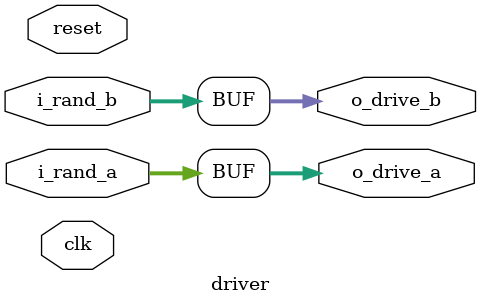
<source format=v>
module driver #(
	// placeholder. doesn't support other widths.
	parameter WIDTH = 32
)(
	input clk,
	input reset,

	input  [31:0] i_rand_a,
	input  [31:0] i_rand_b,
	output [31:0] o_drive_a,
	output [31:0] o_drive_b
);

	// simple pass through
	assign o_drive_a = i_rand_a;
	assign o_drive_b = i_rand_b;

endmodule
</source>
